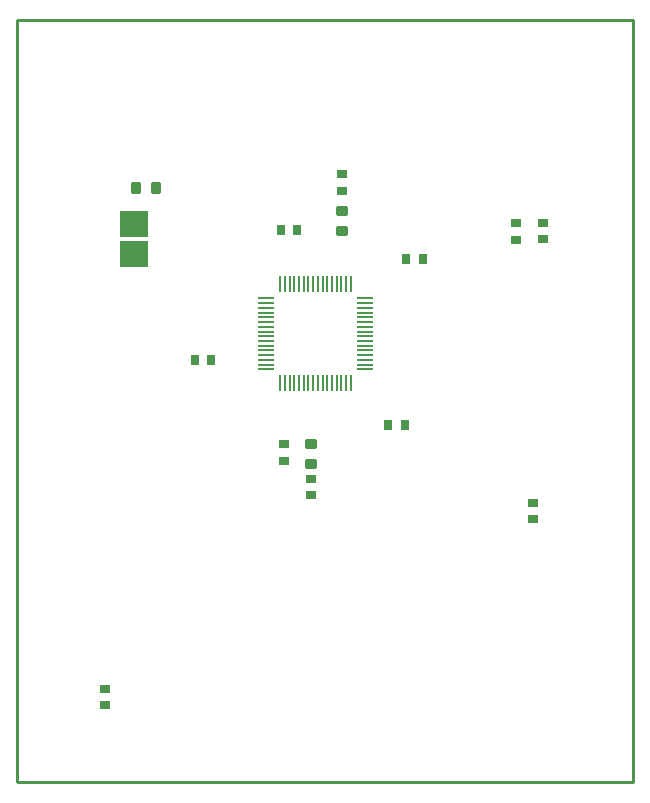
<source format=gtp>
G04*
G04 #@! TF.GenerationSoftware,Altium Limited,Altium Designer,19.0.10 (269)*
G04*
G04 Layer_Color=8421504*
%FSLAX25Y25*%
%MOIN*%
G70*
G01*
G75*
%ADD15C,0.01000*%
%ADD19R,0.09606X0.08661*%
%ADD20O,0.00984X0.05512*%
%ADD21O,0.05512X0.00984*%
%ADD22R,0.03740X0.02953*%
%ADD23R,0.02953X0.03740*%
G04:AMPARAMS|DCode=24|XSize=39.37mil|YSize=35.43mil|CornerRadius=4.43mil|HoleSize=0mil|Usage=FLASHONLY|Rotation=0.000|XOffset=0mil|YOffset=0mil|HoleType=Round|Shape=RoundedRectangle|*
%AMROUNDEDRECTD24*
21,1,0.03937,0.02657,0,0,0.0*
21,1,0.03051,0.03543,0,0,0.0*
1,1,0.00886,0.01526,-0.01329*
1,1,0.00886,-0.01526,-0.01329*
1,1,0.00886,-0.01526,0.01329*
1,1,0.00886,0.01526,0.01329*
%
%ADD24ROUNDEDRECTD24*%
G04:AMPARAMS|DCode=25|XSize=39.37mil|YSize=35.43mil|CornerRadius=4.43mil|HoleSize=0mil|Usage=FLASHONLY|Rotation=270.000|XOffset=0mil|YOffset=0mil|HoleType=Round|Shape=RoundedRectangle|*
%AMROUNDEDRECTD25*
21,1,0.03937,0.02657,0,0,270.0*
21,1,0.03051,0.03543,0,0,270.0*
1,1,0.00886,-0.01329,-0.01526*
1,1,0.00886,-0.01329,0.01526*
1,1,0.00886,0.01329,0.01526*
1,1,0.00886,0.01329,-0.01526*
%
%ADD25ROUNDEDRECTD25*%
%ADD26R,0.02500X0.05000*%
D15*
X0Y0D02*
Y254000D01*
X205500D01*
Y0D02*
Y254000D01*
X0Y0D02*
X205500D01*
D19*
X39016Y176000D02*
D03*
X39016Y186000D02*
D03*
D20*
X87689Y166035D02*
D03*
X89264D02*
D03*
X90839D02*
D03*
X92413D02*
D03*
X93988D02*
D03*
X95563D02*
D03*
X97138D02*
D03*
X98713D02*
D03*
X100287D02*
D03*
X101862D02*
D03*
X103437D02*
D03*
X105012D02*
D03*
X106587D02*
D03*
X108161D02*
D03*
X109736D02*
D03*
X111311D02*
D03*
Y132965D02*
D03*
X109736D02*
D03*
X108161D02*
D03*
X106587D02*
D03*
X105012D02*
D03*
X103437D02*
D03*
X101862D02*
D03*
X100287D02*
D03*
X98713D02*
D03*
X97138D02*
D03*
X95563D02*
D03*
X93988D02*
D03*
X92413D02*
D03*
X90839D02*
D03*
X89264D02*
D03*
X87689D02*
D03*
D21*
X116035Y161311D02*
D03*
Y159736D02*
D03*
Y158161D02*
D03*
Y156587D02*
D03*
Y155012D02*
D03*
Y153437D02*
D03*
Y151862D02*
D03*
Y150287D02*
D03*
Y148713D02*
D03*
Y147138D02*
D03*
Y145563D02*
D03*
Y143988D02*
D03*
Y142413D02*
D03*
Y140839D02*
D03*
Y139264D02*
D03*
Y137689D02*
D03*
X82965D02*
D03*
Y139264D02*
D03*
Y140839D02*
D03*
Y142413D02*
D03*
Y143988D02*
D03*
Y145563D02*
D03*
Y147138D02*
D03*
Y148713D02*
D03*
Y150287D02*
D03*
Y151862D02*
D03*
Y153437D02*
D03*
Y155012D02*
D03*
Y156587D02*
D03*
Y158161D02*
D03*
Y159736D02*
D03*
Y161311D02*
D03*
D22*
X29500Y25744D02*
D03*
Y31256D02*
D03*
X172000Y93256D02*
D03*
Y87744D02*
D03*
X98000Y95744D02*
D03*
Y101256D02*
D03*
X89000Y107244D02*
D03*
Y112756D02*
D03*
X166500Y186409D02*
D03*
Y180898D02*
D03*
X175500Y186500D02*
D03*
Y180988D02*
D03*
X108500Y202724D02*
D03*
Y197213D02*
D03*
D23*
X129256Y119000D02*
D03*
X123744D02*
D03*
X59244Y140642D02*
D03*
X64756D02*
D03*
X87886Y184000D02*
D03*
X93398D02*
D03*
X135256Y174500D02*
D03*
X129744D02*
D03*
D24*
X98000Y106154D02*
D03*
Y112847D02*
D03*
X108500Y190347D02*
D03*
Y183653D02*
D03*
D25*
X39654Y198000D02*
D03*
X46346D02*
D03*
D26*
X37394Y176000D02*
D03*
X40638D02*
D03*
X37394Y186000D02*
D03*
X40638D02*
D03*
M02*

</source>
